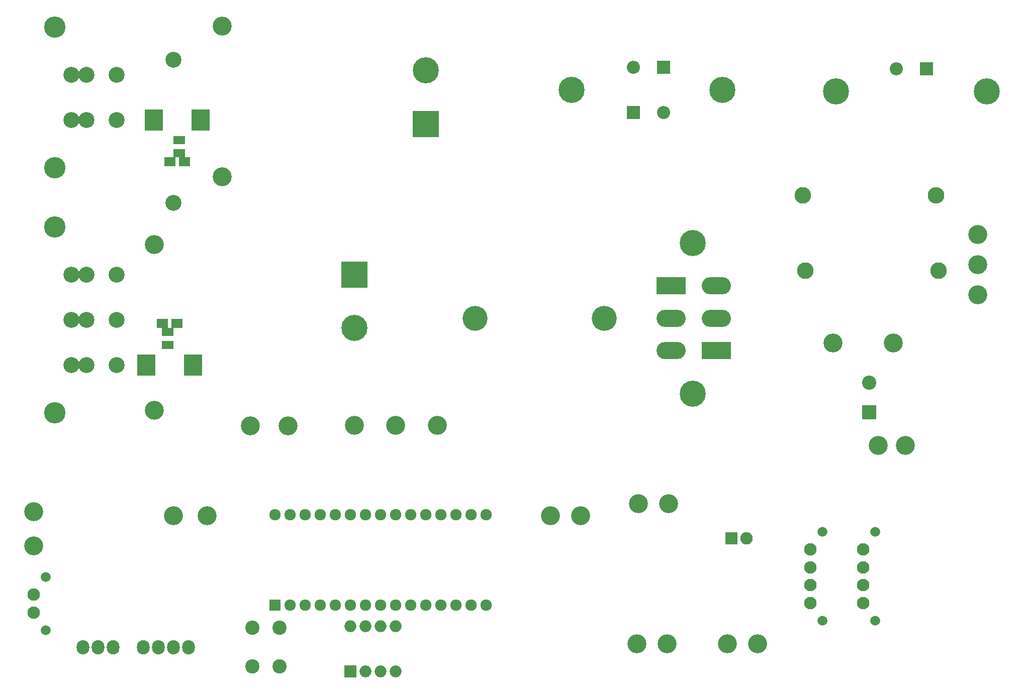
<source format=gbs>
%TF.GenerationSoftware,KiCad,Pcbnew,5.1.6-c6e7f7d~87~ubuntu18.04.1*%
%TF.CreationDate,2020-09-05T21:12:04-05:00*%
%TF.ProjectId,MPPT,4d505054-2e6b-4696-9361-645f70636258,Rev1.2+*%
%TF.SameCoordinates,Original*%
%TF.FileFunction,Soldermask,Bot*%
%TF.FilePolarity,Negative*%
%FSLAX46Y46*%
G04 Gerber Fmt 4.6, Leading zero omitted, Abs format (unit mm)*
G04 Created by KiCad (PCBNEW 5.1.6-c6e7f7d~87~ubuntu18.04.1) date 2020-09-05 21:12:04*
%MOMM*%
%LPD*%
G01*
G04 APERTURE LIST*
%ADD10C,4.400000*%
%ADD11R,4.400000X4.400000*%
%ADD12R,2.400000X2.400000*%
%ADD13C,2.400000*%
%ADD14R,1.900000X1.650000*%
%ADD15R,2.200000X2.200000*%
%ADD16O,2.200000X2.200000*%
%ADD17R,2.100000X2.100000*%
%ADD18O,2.100000X2.100000*%
%ADD19C,4.200000*%
%ADD20C,2.800000*%
%ADD21O,2.800000X2.800000*%
%ADD22R,2.000000X2.000000*%
%ADD23O,2.000000X2.000000*%
%ADD24C,3.200000*%
%ADD25O,2.150000X2.400000*%
%ADD26R,1.924000X1.924000*%
%ADD27C,1.924000*%
%ADD28R,3.100000X3.600000*%
%ADD29C,2.686000*%
%ADD30R,4.900000X2.900000*%
%ADD31O,4.900000X2.900000*%
%ADD32R,0.800000X1.400000*%
%ADD33C,3.600000*%
%ADD34C,2.100000*%
%ADD35C,1.670000*%
G04 APERTURE END LIST*
D10*
%TO.C,HS2*%
X124850000Y-46315000D03*
X150250000Y-46315000D03*
%TD*%
%TO.C,HS1*%
X169350000Y-46615000D03*
X194750000Y-46615000D03*
%TD*%
%TO.C,HS3*%
X145250000Y-97515000D03*
X145250000Y-72115000D03*
%TD*%
D11*
%TO.C,C2*%
X100330000Y-52070000D03*
D10*
X100330000Y-43070000D03*
%TD*%
D11*
%TO.C,C1*%
X88265000Y-77470000D03*
D10*
X88265000Y-86470000D03*
%TD*%
D12*
%TO.C,C7*%
X175006000Y-100711000D03*
D13*
X175006000Y-95711000D03*
%TD*%
D14*
%TO.C,C17*%
X58400000Y-85725000D03*
X55900000Y-85725000D03*
%TD*%
%TO.C,C18*%
X57170000Y-58420000D03*
X59670000Y-58420000D03*
%TD*%
D15*
%TO.C,D2*%
X135255000Y-50165000D03*
D16*
X140335000Y-50165000D03*
%TD*%
D15*
%TO.C,D3*%
X140335000Y-42545000D03*
D16*
X135255000Y-42545000D03*
%TD*%
D17*
%TO.C,JP1*%
X151765000Y-121920000D03*
D18*
X154305000Y-121920000D03*
%TD*%
D19*
%TO.C,L1*%
X108585000Y-84836000D03*
X130385000Y-84836000D03*
%TD*%
D20*
%TO.C,R1*%
X163830000Y-64135000D03*
D21*
X186230000Y-64135000D03*
%TD*%
D13*
%TO.C,SW1*%
X75620000Y-143510000D03*
X71120000Y-143510000D03*
X75620000Y-137010000D03*
X71120000Y-137010000D03*
%TD*%
D22*
%TO.C,SW2*%
X87630000Y-144399000D03*
D23*
X95250000Y-136779000D03*
X90170000Y-144399000D03*
X92710000Y-136779000D03*
X92710000Y-144399000D03*
X90170000Y-136779000D03*
X95250000Y-144399000D03*
X87630000Y-136779000D03*
%TD*%
D24*
%TO.C,TP1*%
X54610000Y-72390000D03*
%TD*%
%TO.C,TP2*%
X54610000Y-100330000D03*
%TD*%
%TO.C,TP3*%
X193294000Y-70739000D03*
%TD*%
%TO.C,TP4*%
X193294000Y-75819000D03*
%TD*%
%TO.C,TP5*%
X57785000Y-118110000D03*
%TD*%
%TO.C,TP6*%
X63500000Y-118110000D03*
%TD*%
%TO.C,TP7*%
X77080000Y-102970000D03*
%TD*%
%TO.C,TP8*%
X88265000Y-102870000D03*
%TD*%
%TO.C,TP9*%
X95250000Y-102870000D03*
%TD*%
%TO.C,TP10*%
X102235000Y-102870000D03*
%TD*%
%TO.C,TP11*%
X176530000Y-106299000D03*
%TD*%
%TO.C,TP12*%
X168910000Y-89027000D03*
%TD*%
%TO.C,TP13*%
X136144000Y-116078000D03*
%TD*%
%TO.C,TP14*%
X135890000Y-139700000D03*
%TD*%
%TO.C,TP15*%
X140970000Y-139700000D03*
%TD*%
%TO.C,TP16*%
X141224000Y-116078000D03*
%TD*%
%TO.C,TP17*%
X34290000Y-117475000D03*
%TD*%
%TO.C,TP18*%
X34290000Y-123190000D03*
%TD*%
%TO.C,TP19*%
X121285000Y-118110000D03*
%TD*%
%TO.C,TP20*%
X126365000Y-118110000D03*
%TD*%
%TO.C,TP21*%
X151130000Y-139700000D03*
%TD*%
%TO.C,TP22*%
X156210000Y-139700000D03*
%TD*%
D25*
%TO.C,U1*%
X42545000Y-140335000D03*
X45085000Y-140335000D03*
X47625000Y-140335000D03*
X52705000Y-140335000D03*
X55245000Y-140335000D03*
X57785000Y-140335000D03*
X60325000Y-140335000D03*
%TD*%
D26*
%TO.C,U2*%
X74930000Y-133223000D03*
D27*
X77470000Y-133223000D03*
X80010000Y-133223000D03*
X82550000Y-133223000D03*
X85090000Y-133223000D03*
X87630000Y-133223000D03*
X90170000Y-133223000D03*
X92710000Y-133223000D03*
X95250000Y-133223000D03*
X97790000Y-133223000D03*
X100330000Y-133223000D03*
X102870000Y-133223000D03*
X105410000Y-133223000D03*
X107950000Y-133223000D03*
X110490000Y-133223000D03*
X110490000Y-117983000D03*
X107950000Y-117983000D03*
X105410000Y-117983000D03*
X102870000Y-117983000D03*
X100330000Y-117983000D03*
X97790000Y-117983000D03*
X95250000Y-117983000D03*
X92710000Y-117983000D03*
X90170000Y-117983000D03*
X87630000Y-117983000D03*
X85090000Y-117983000D03*
X82550000Y-117983000D03*
X80010000Y-117983000D03*
X77470000Y-117983000D03*
X74930000Y-117983000D03*
%TD*%
D24*
%TO.C,TP23*%
X66040000Y-60960000D03*
%TD*%
%TO.C,TP24*%
X66040000Y-35560000D03*
%TD*%
D28*
%TO.C,R8*%
X61100000Y-92710000D03*
X53200000Y-92710000D03*
%TD*%
%TO.C,R11*%
X54470000Y-51435000D03*
X62370000Y-51435000D03*
%TD*%
D24*
%TO.C,TP25*%
X193294000Y-80899000D03*
%TD*%
%TO.C,TP26*%
X70730000Y-102970000D03*
%TD*%
%TO.C,TP27*%
X181102000Y-106299000D03*
%TD*%
%TO.C,TP28*%
X179070000Y-89027000D03*
%TD*%
D20*
%TO.C,C3*%
X186690000Y-76835000D03*
X164190000Y-76835000D03*
%TD*%
D15*
%TO.C,D1*%
X184658000Y-42799000D03*
D16*
X179578000Y-42799000D03*
%TD*%
D29*
%TO.C,F1*%
X57785000Y-65405000D03*
X57785000Y-41275000D03*
%TD*%
D30*
%TO.C,Q1*%
X149225000Y-90286000D03*
D31*
X149225000Y-84836000D03*
X149225000Y-79386000D03*
%TD*%
D30*
%TO.C,Q2*%
X141605000Y-79386000D03*
D31*
X141605000Y-84836000D03*
X141605000Y-90286000D03*
%TD*%
D32*
%TO.C,U6*%
X59395000Y-54780000D03*
X59395000Y-56980000D03*
X58745000Y-54780000D03*
X58745000Y-56980000D03*
X58095000Y-54780000D03*
X58095000Y-56980000D03*
%TD*%
%TO.C,U4*%
X56175000Y-89365000D03*
X56175000Y-87165000D03*
X56825000Y-89365000D03*
X56825000Y-87165000D03*
X57475000Y-89365000D03*
X57475000Y-87165000D03*
%TD*%
D29*
%TO.C,J2*%
X48260000Y-43815000D03*
X48260000Y-51435000D03*
X43180000Y-43815000D03*
X40640000Y-43815000D03*
X43180000Y-51435000D03*
X40640000Y-51435000D03*
D33*
X37840000Y-35755000D03*
X37840000Y-59495000D03*
%TD*%
D29*
%TO.C,J1*%
X40640000Y-92710000D03*
X43180000Y-92710000D03*
X48260000Y-92710000D03*
X48260000Y-77470000D03*
X48260000Y-85090000D03*
X43180000Y-77470000D03*
X40640000Y-77470000D03*
X43180000Y-85090000D03*
X40640000Y-85090000D03*
D33*
X37840000Y-69410000D03*
X37840000Y-100770000D03*
%TD*%
D34*
%TO.C,J4*%
X173990000Y-132825000D03*
D35*
X175950000Y-135825000D03*
D34*
X173990000Y-123825000D03*
X173990000Y-126825000D03*
X173990000Y-129825000D03*
D35*
X175950000Y-120825000D03*
%TD*%
D34*
%TO.C,J5*%
X165100000Y-132825000D03*
D35*
X167060000Y-135825000D03*
D34*
X165100000Y-123825000D03*
X165100000Y-126825000D03*
X165100000Y-129825000D03*
D35*
X167060000Y-120825000D03*
%TD*%
%TO.C,J3*%
X36250000Y-137445000D03*
D34*
X34290000Y-131445000D03*
X34290000Y-134445000D03*
D35*
X36250000Y-128445000D03*
%TD*%
M02*

</source>
